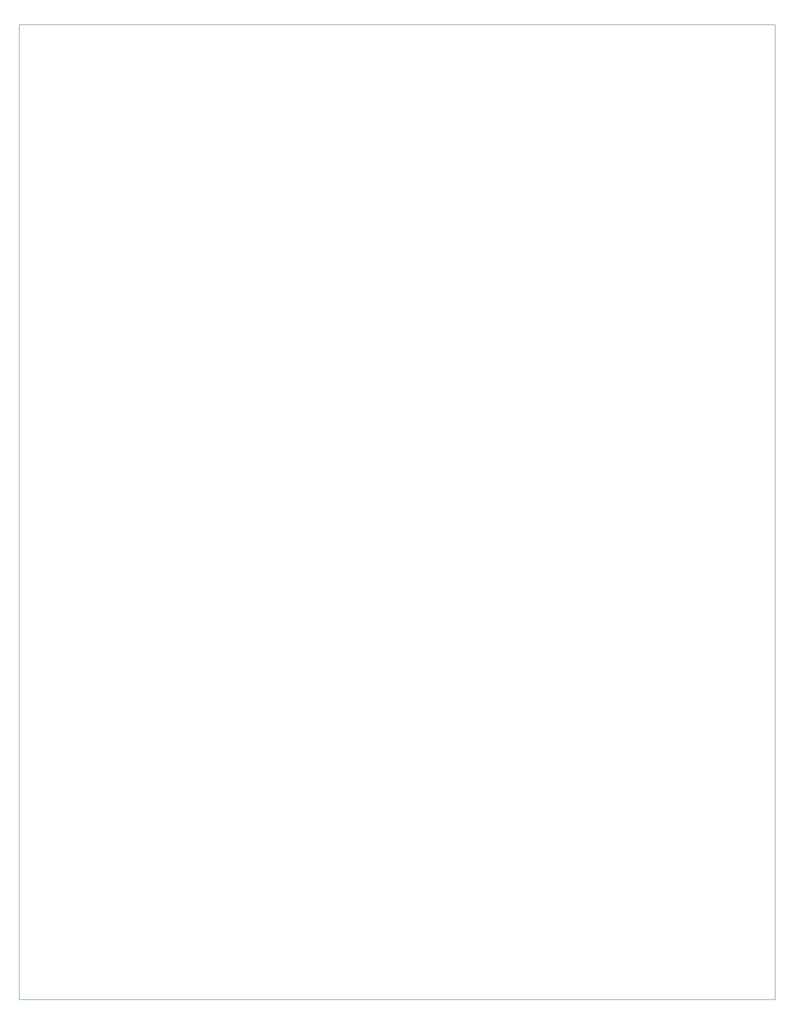
<source format=gbr>
G04 #@! TF.GenerationSoftware,KiCad,Pcbnew,5.1.5+dfsg1-2build2*
G04 #@! TF.CreationDate,2024-01-26T22:00:08+01:00*
G04 #@! TF.ProjectId,console,636f6e73-6f6c-4652-9e6b-696361645f70,rev?*
G04 #@! TF.SameCoordinates,Original*
G04 #@! TF.FileFunction,Profile,NP*
%FSLAX46Y46*%
G04 Gerber Fmt 4.6, Leading zero omitted, Abs format (unit mm)*
G04 Created by KiCad (PCBNEW 5.1.5+dfsg1-2build2) date 2024-01-26 22:00:08*
%MOMM*%
%LPD*%
G04 APERTURE LIST*
%ADD10C,0.100000*%
G04 APERTURE END LIST*
D10*
X166370000Y-12700000D02*
X166370000Y-194310000D01*
X25400000Y-12700000D02*
X166370000Y-12700000D01*
X25400000Y-194310000D02*
X25400000Y-12700000D01*
X166370000Y-194310000D02*
X25400000Y-194310000D01*
M02*

</source>
